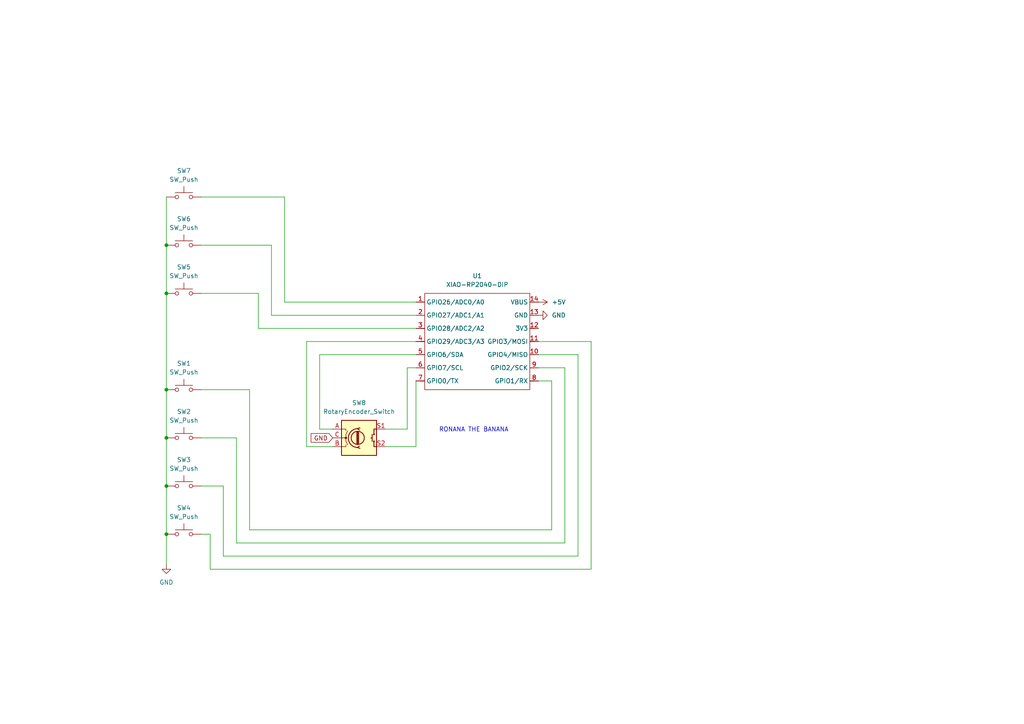
<source format=kicad_sch>
(kicad_sch
	(version 20250114)
	(generator "eeschema")
	(generator_version "9.0")
	(uuid "27db0a50-4d5e-42e1-bf5a-a8181729d977")
	(paper "A4")
	(lib_symbols
		(symbol "Device:RotaryEncoder_Switch"
			(pin_names
				(offset 0.254)
				(hide yes)
			)
			(exclude_from_sim no)
			(in_bom yes)
			(on_board yes)
			(property "Reference" "SW"
				(at 0 6.604 0)
				(effects
					(font
						(size 1.27 1.27)
					)
				)
			)
			(property "Value" "RotaryEncoder_Switch"
				(at 0 -6.604 0)
				(effects
					(font
						(size 1.27 1.27)
					)
				)
			)
			(property "Footprint" ""
				(at -3.81 4.064 0)
				(effects
					(font
						(size 1.27 1.27)
					)
					(hide yes)
				)
			)
			(property "Datasheet" "~"
				(at 0 6.604 0)
				(effects
					(font
						(size 1.27 1.27)
					)
					(hide yes)
				)
			)
			(property "Description" "Rotary encoder, dual channel, incremental quadrate outputs, with switch"
				(at 0 0 0)
				(effects
					(font
						(size 1.27 1.27)
					)
					(hide yes)
				)
			)
			(property "ki_keywords" "rotary switch encoder switch push button"
				(at 0 0 0)
				(effects
					(font
						(size 1.27 1.27)
					)
					(hide yes)
				)
			)
			(property "ki_fp_filters" "RotaryEncoder*Switch*"
				(at 0 0 0)
				(effects
					(font
						(size 1.27 1.27)
					)
					(hide yes)
				)
			)
			(symbol "RotaryEncoder_Switch_0_1"
				(rectangle
					(start -5.08 5.08)
					(end 5.08 -5.08)
					(stroke
						(width 0.254)
						(type default)
					)
					(fill
						(type background)
					)
				)
				(polyline
					(pts
						(xy -5.08 2.54) (xy -3.81 2.54) (xy -3.81 2.032)
					)
					(stroke
						(width 0)
						(type default)
					)
					(fill
						(type none)
					)
				)
				(polyline
					(pts
						(xy -5.08 0) (xy -3.81 0) (xy -3.81 -1.016) (xy -3.302 -2.032)
					)
					(stroke
						(width 0)
						(type default)
					)
					(fill
						(type none)
					)
				)
				(polyline
					(pts
						(xy -5.08 -2.54) (xy -3.81 -2.54) (xy -3.81 -2.032)
					)
					(stroke
						(width 0)
						(type default)
					)
					(fill
						(type none)
					)
				)
				(polyline
					(pts
						(xy -4.318 0) (xy -3.81 0) (xy -3.81 1.016) (xy -3.302 2.032)
					)
					(stroke
						(width 0)
						(type default)
					)
					(fill
						(type none)
					)
				)
				(circle
					(center -3.81 0)
					(radius 0.254)
					(stroke
						(width 0)
						(type default)
					)
					(fill
						(type outline)
					)
				)
				(polyline
					(pts
						(xy -0.635 -1.778) (xy -0.635 1.778)
					)
					(stroke
						(width 0.254)
						(type default)
					)
					(fill
						(type none)
					)
				)
				(circle
					(center -0.381 0)
					(radius 1.905)
					(stroke
						(width 0.254)
						(type default)
					)
					(fill
						(type none)
					)
				)
				(polyline
					(pts
						(xy -0.381 -1.778) (xy -0.381 1.778)
					)
					(stroke
						(width 0.254)
						(type default)
					)
					(fill
						(type none)
					)
				)
				(arc
					(start -0.381 -2.794)
					(mid -3.0988 -0.0635)
					(end -0.381 2.667)
					(stroke
						(width 0.254)
						(type default)
					)
					(fill
						(type none)
					)
				)
				(polyline
					(pts
						(xy -0.127 1.778) (xy -0.127 -1.778)
					)
					(stroke
						(width 0.254)
						(type default)
					)
					(fill
						(type none)
					)
				)
				(polyline
					(pts
						(xy 0.254 2.921) (xy -0.508 2.667) (xy 0.127 2.286)
					)
					(stroke
						(width 0.254)
						(type default)
					)
					(fill
						(type none)
					)
				)
				(polyline
					(pts
						(xy 0.254 -3.048) (xy -0.508 -2.794) (xy 0.127 -2.413)
					)
					(stroke
						(width 0.254)
						(type default)
					)
					(fill
						(type none)
					)
				)
				(polyline
					(pts
						(xy 3.81 1.016) (xy 3.81 -1.016)
					)
					(stroke
						(width 0.254)
						(type default)
					)
					(fill
						(type none)
					)
				)
				(polyline
					(pts
						(xy 3.81 0) (xy 3.429 0)
					)
					(stroke
						(width 0.254)
						(type default)
					)
					(fill
						(type none)
					)
				)
				(circle
					(center 4.318 1.016)
					(radius 0.127)
					(stroke
						(width 0.254)
						(type default)
					)
					(fill
						(type none)
					)
				)
				(circle
					(center 4.318 -1.016)
					(radius 0.127)
					(stroke
						(width 0.254)
						(type default)
					)
					(fill
						(type none)
					)
				)
				(polyline
					(pts
						(xy 5.08 2.54) (xy 4.318 2.54) (xy 4.318 1.016)
					)
					(stroke
						(width 0.254)
						(type default)
					)
					(fill
						(type none)
					)
				)
				(polyline
					(pts
						(xy 5.08 -2.54) (xy 4.318 -2.54) (xy 4.318 -1.016)
					)
					(stroke
						(width 0.254)
						(type default)
					)
					(fill
						(type none)
					)
				)
			)
			(symbol "RotaryEncoder_Switch_1_1"
				(pin passive line
					(at -7.62 2.54 0)
					(length 2.54)
					(name "A"
						(effects
							(font
								(size 1.27 1.27)
							)
						)
					)
					(number "A"
						(effects
							(font
								(size 1.27 1.27)
							)
						)
					)
				)
				(pin passive line
					(at -7.62 0 0)
					(length 2.54)
					(name "C"
						(effects
							(font
								(size 1.27 1.27)
							)
						)
					)
					(number "C"
						(effects
							(font
								(size 1.27 1.27)
							)
						)
					)
				)
				(pin passive line
					(at -7.62 -2.54 0)
					(length 2.54)
					(name "B"
						(effects
							(font
								(size 1.27 1.27)
							)
						)
					)
					(number "B"
						(effects
							(font
								(size 1.27 1.27)
							)
						)
					)
				)
				(pin passive line
					(at 7.62 2.54 180)
					(length 2.54)
					(name "S1"
						(effects
							(font
								(size 1.27 1.27)
							)
						)
					)
					(number "S1"
						(effects
							(font
								(size 1.27 1.27)
							)
						)
					)
				)
				(pin passive line
					(at 7.62 -2.54 180)
					(length 2.54)
					(name "S2"
						(effects
							(font
								(size 1.27 1.27)
							)
						)
					)
					(number "S2"
						(effects
							(font
								(size 1.27 1.27)
							)
						)
					)
				)
			)
			(embedded_fonts no)
		)
		(symbol "OPL:XIAO-RP2040-DIP"
			(exclude_from_sim no)
			(in_bom yes)
			(on_board yes)
			(property "Reference" "U"
				(at 0 0 0)
				(effects
					(font
						(size 1.27 1.27)
					)
				)
			)
			(property "Value" "XIAO-RP2040-DIP"
				(at 5.334 -1.778 0)
				(effects
					(font
						(size 1.27 1.27)
					)
				)
			)
			(property "Footprint" "Module:MOUDLE14P-XIAO-DIP-SMD"
				(at 14.478 -32.258 0)
				(effects
					(font
						(size 1.27 1.27)
					)
					(hide yes)
				)
			)
			(property "Datasheet" ""
				(at 0 0 0)
				(effects
					(font
						(size 1.27 1.27)
					)
					(hide yes)
				)
			)
			(property "Description" ""
				(at 0 0 0)
				(effects
					(font
						(size 1.27 1.27)
					)
					(hide yes)
				)
			)
			(symbol "XIAO-RP2040-DIP_1_0"
				(polyline
					(pts
						(xy -1.27 -2.54) (xy 29.21 -2.54)
					)
					(stroke
						(width 0.1524)
						(type solid)
					)
					(fill
						(type none)
					)
				)
				(polyline
					(pts
						(xy -1.27 -5.08) (xy -2.54 -5.08)
					)
					(stroke
						(width 0.1524)
						(type solid)
					)
					(fill
						(type none)
					)
				)
				(polyline
					(pts
						(xy -1.27 -5.08) (xy -1.27 -2.54)
					)
					(stroke
						(width 0.1524)
						(type solid)
					)
					(fill
						(type none)
					)
				)
				(polyline
					(pts
						(xy -1.27 -8.89) (xy -2.54 -8.89)
					)
					(stroke
						(width 0.1524)
						(type solid)
					)
					(fill
						(type none)
					)
				)
				(polyline
					(pts
						(xy -1.27 -8.89) (xy -1.27 -5.08)
					)
					(stroke
						(width 0.1524)
						(type solid)
					)
					(fill
						(type none)
					)
				)
				(polyline
					(pts
						(xy -1.27 -12.7) (xy -2.54 -12.7)
					)
					(stroke
						(width 0.1524)
						(type solid)
					)
					(fill
						(type none)
					)
				)
				(polyline
					(pts
						(xy -1.27 -12.7) (xy -1.27 -8.89)
					)
					(stroke
						(width 0.1524)
						(type solid)
					)
					(fill
						(type none)
					)
				)
				(polyline
					(pts
						(xy -1.27 -16.51) (xy -2.54 -16.51)
					)
					(stroke
						(width 0.1524)
						(type solid)
					)
					(fill
						(type none)
					)
				)
				(polyline
					(pts
						(xy -1.27 -16.51) (xy -1.27 -12.7)
					)
					(stroke
						(width 0.1524)
						(type solid)
					)
					(fill
						(type none)
					)
				)
				(polyline
					(pts
						(xy -1.27 -20.32) (xy -2.54 -20.32)
					)
					(stroke
						(width 0.1524)
						(type solid)
					)
					(fill
						(type none)
					)
				)
				(polyline
					(pts
						(xy -1.27 -24.13) (xy -2.54 -24.13)
					)
					(stroke
						(width 0.1524)
						(type solid)
					)
					(fill
						(type none)
					)
				)
				(polyline
					(pts
						(xy -1.27 -27.94) (xy -2.54 -27.94)
					)
					(stroke
						(width 0.1524)
						(type solid)
					)
					(fill
						(type none)
					)
				)
				(polyline
					(pts
						(xy -1.27 -30.48) (xy -1.27 -16.51)
					)
					(stroke
						(width 0.1524)
						(type solid)
					)
					(fill
						(type none)
					)
				)
				(polyline
					(pts
						(xy 29.21 -2.54) (xy 29.21 -5.08)
					)
					(stroke
						(width 0.1524)
						(type solid)
					)
					(fill
						(type none)
					)
				)
				(polyline
					(pts
						(xy 29.21 -5.08) (xy 29.21 -8.89)
					)
					(stroke
						(width 0.1524)
						(type solid)
					)
					(fill
						(type none)
					)
				)
				(polyline
					(pts
						(xy 29.21 -8.89) (xy 29.21 -12.7)
					)
					(stroke
						(width 0.1524)
						(type solid)
					)
					(fill
						(type none)
					)
				)
				(polyline
					(pts
						(xy 29.21 -12.7) (xy 29.21 -30.48)
					)
					(stroke
						(width 0.1524)
						(type solid)
					)
					(fill
						(type none)
					)
				)
				(polyline
					(pts
						(xy 29.21 -30.48) (xy -1.27 -30.48)
					)
					(stroke
						(width 0.1524)
						(type solid)
					)
					(fill
						(type none)
					)
				)
				(polyline
					(pts
						(xy 30.48 -5.08) (xy 29.21 -5.08)
					)
					(stroke
						(width 0.1524)
						(type solid)
					)
					(fill
						(type none)
					)
				)
				(polyline
					(pts
						(xy 30.48 -8.89) (xy 29.21 -8.89)
					)
					(stroke
						(width 0.1524)
						(type solid)
					)
					(fill
						(type none)
					)
				)
				(polyline
					(pts
						(xy 30.48 -12.7) (xy 29.21 -12.7)
					)
					(stroke
						(width 0.1524)
						(type solid)
					)
					(fill
						(type none)
					)
				)
				(polyline
					(pts
						(xy 30.48 -16.51) (xy 29.21 -16.51)
					)
					(stroke
						(width 0.1524)
						(type solid)
					)
					(fill
						(type none)
					)
				)
				(polyline
					(pts
						(xy 30.48 -20.32) (xy 29.21 -20.32)
					)
					(stroke
						(width 0.1524)
						(type solid)
					)
					(fill
						(type none)
					)
				)
				(polyline
					(pts
						(xy 30.48 -24.13) (xy 29.21 -24.13)
					)
					(stroke
						(width 0.1524)
						(type solid)
					)
					(fill
						(type none)
					)
				)
				(polyline
					(pts
						(xy 30.48 -27.94) (xy 29.21 -27.94)
					)
					(stroke
						(width 0.1524)
						(type solid)
					)
					(fill
						(type none)
					)
				)
				(pin passive line
					(at -3.81 -5.08 0)
					(length 2.54)
					(name "GPIO26/ADC0/A0"
						(effects
							(font
								(size 1.27 1.27)
							)
						)
					)
					(number "1"
						(effects
							(font
								(size 1.27 1.27)
							)
						)
					)
				)
				(pin passive line
					(at -3.81 -8.89 0)
					(length 2.54)
					(name "GPIO27/ADC1/A1"
						(effects
							(font
								(size 1.27 1.27)
							)
						)
					)
					(number "2"
						(effects
							(font
								(size 1.27 1.27)
							)
						)
					)
				)
				(pin passive line
					(at -3.81 -12.7 0)
					(length 2.54)
					(name "GPIO28/ADC2/A2"
						(effects
							(font
								(size 1.27 1.27)
							)
						)
					)
					(number "3"
						(effects
							(font
								(size 1.27 1.27)
							)
						)
					)
				)
				(pin passive line
					(at -3.81 -16.51 0)
					(length 2.54)
					(name "GPIO29/ADC3/A3"
						(effects
							(font
								(size 1.27 1.27)
							)
						)
					)
					(number "4"
						(effects
							(font
								(size 1.27 1.27)
							)
						)
					)
				)
				(pin passive line
					(at -3.81 -20.32 0)
					(length 2.54)
					(name "GPIO6/SDA"
						(effects
							(font
								(size 1.27 1.27)
							)
						)
					)
					(number "5"
						(effects
							(font
								(size 1.27 1.27)
							)
						)
					)
				)
				(pin passive line
					(at -3.81 -24.13 0)
					(length 2.54)
					(name "GPIO7/SCL"
						(effects
							(font
								(size 1.27 1.27)
							)
						)
					)
					(number "6"
						(effects
							(font
								(size 1.27 1.27)
							)
						)
					)
				)
				(pin passive line
					(at -3.81 -27.94 0)
					(length 2.54)
					(name "GPIO0/TX"
						(effects
							(font
								(size 1.27 1.27)
							)
						)
					)
					(number "7"
						(effects
							(font
								(size 1.27 1.27)
							)
						)
					)
				)
				(pin passive line
					(at 31.75 -5.08 180)
					(length 2.54)
					(name "VBUS"
						(effects
							(font
								(size 1.27 1.27)
							)
						)
					)
					(number "14"
						(effects
							(font
								(size 1.27 1.27)
							)
						)
					)
				)
				(pin passive line
					(at 31.75 -8.89 180)
					(length 2.54)
					(name "GND"
						(effects
							(font
								(size 1.27 1.27)
							)
						)
					)
					(number "13"
						(effects
							(font
								(size 1.27 1.27)
							)
						)
					)
				)
				(pin passive line
					(at 31.75 -12.7 180)
					(length 2.54)
					(name "3V3"
						(effects
							(font
								(size 1.27 1.27)
							)
						)
					)
					(number "12"
						(effects
							(font
								(size 1.27 1.27)
							)
						)
					)
				)
				(pin passive line
					(at 31.75 -16.51 180)
					(length 2.54)
					(name "GPIO3/MOSI"
						(effects
							(font
								(size 1.27 1.27)
							)
						)
					)
					(number "11"
						(effects
							(font
								(size 1.27 1.27)
							)
						)
					)
				)
				(pin passive line
					(at 31.75 -20.32 180)
					(length 2.54)
					(name "GPIO4/MISO"
						(effects
							(font
								(size 1.27 1.27)
							)
						)
					)
					(number "10"
						(effects
							(font
								(size 1.27 1.27)
							)
						)
					)
				)
				(pin passive line
					(at 31.75 -24.13 180)
					(length 2.54)
					(name "GPIO2/SCK"
						(effects
							(font
								(size 1.27 1.27)
							)
						)
					)
					(number "9"
						(effects
							(font
								(size 1.27 1.27)
							)
						)
					)
				)
				(pin passive line
					(at 31.75 -27.94 180)
					(length 2.54)
					(name "GPIO1/RX"
						(effects
							(font
								(size 1.27 1.27)
							)
						)
					)
					(number "8"
						(effects
							(font
								(size 1.27 1.27)
							)
						)
					)
				)
			)
			(embedded_fonts no)
		)
		(symbol "Switch:SW_Push"
			(pin_numbers
				(hide yes)
			)
			(pin_names
				(offset 1.016)
				(hide yes)
			)
			(exclude_from_sim no)
			(in_bom yes)
			(on_board yes)
			(property "Reference" "SW"
				(at 1.27 2.54 0)
				(effects
					(font
						(size 1.27 1.27)
					)
					(justify left)
				)
			)
			(property "Value" "SW_Push"
				(at 0 -1.524 0)
				(effects
					(font
						(size 1.27 1.27)
					)
				)
			)
			(property "Footprint" ""
				(at 0 5.08 0)
				(effects
					(font
						(size 1.27 1.27)
					)
					(hide yes)
				)
			)
			(property "Datasheet" "~"
				(at 0 5.08 0)
				(effects
					(font
						(size 1.27 1.27)
					)
					(hide yes)
				)
			)
			(property "Description" "Push button switch, generic, two pins"
				(at 0 0 0)
				(effects
					(font
						(size 1.27 1.27)
					)
					(hide yes)
				)
			)
			(property "ki_keywords" "switch normally-open pushbutton push-button"
				(at 0 0 0)
				(effects
					(font
						(size 1.27 1.27)
					)
					(hide yes)
				)
			)
			(symbol "SW_Push_0_1"
				(circle
					(center -2.032 0)
					(radius 0.508)
					(stroke
						(width 0)
						(type default)
					)
					(fill
						(type none)
					)
				)
				(polyline
					(pts
						(xy 0 1.27) (xy 0 3.048)
					)
					(stroke
						(width 0)
						(type default)
					)
					(fill
						(type none)
					)
				)
				(circle
					(center 2.032 0)
					(radius 0.508)
					(stroke
						(width 0)
						(type default)
					)
					(fill
						(type none)
					)
				)
				(polyline
					(pts
						(xy 2.54 1.27) (xy -2.54 1.27)
					)
					(stroke
						(width 0)
						(type default)
					)
					(fill
						(type none)
					)
				)
				(pin passive line
					(at -5.08 0 0)
					(length 2.54)
					(name "1"
						(effects
							(font
								(size 1.27 1.27)
							)
						)
					)
					(number "1"
						(effects
							(font
								(size 1.27 1.27)
							)
						)
					)
				)
				(pin passive line
					(at 5.08 0 180)
					(length 2.54)
					(name "2"
						(effects
							(font
								(size 1.27 1.27)
							)
						)
					)
					(number "2"
						(effects
							(font
								(size 1.27 1.27)
							)
						)
					)
				)
			)
			(embedded_fonts no)
		)
		(symbol "power:+5V"
			(power)
			(pin_numbers
				(hide yes)
			)
			(pin_names
				(offset 0)
				(hide yes)
			)
			(exclude_from_sim no)
			(in_bom yes)
			(on_board yes)
			(property "Reference" "#PWR"
				(at 0 -3.81 0)
				(effects
					(font
						(size 1.27 1.27)
					)
					(hide yes)
				)
			)
			(property "Value" "+5V"
				(at 0 3.556 0)
				(effects
					(font
						(size 1.27 1.27)
					)
				)
			)
			(property "Footprint" ""
				(at 0 0 0)
				(effects
					(font
						(size 1.27 1.27)
					)
					(hide yes)
				)
			)
			(property "Datasheet" ""
				(at 0 0 0)
				(effects
					(font
						(size 1.27 1.27)
					)
					(hide yes)
				)
			)
			(property "Description" "Power symbol creates a global label with name \"+5V\""
				(at 0 0 0)
				(effects
					(font
						(size 1.27 1.27)
					)
					(hide yes)
				)
			)
			(property "ki_keywords" "global power"
				(at 0 0 0)
				(effects
					(font
						(size 1.27 1.27)
					)
					(hide yes)
				)
			)
			(symbol "+5V_0_1"
				(polyline
					(pts
						(xy -0.762 1.27) (xy 0 2.54)
					)
					(stroke
						(width 0)
						(type default)
					)
					(fill
						(type none)
					)
				)
				(polyline
					(pts
						(xy 0 2.54) (xy 0.762 1.27)
					)
					(stroke
						(width 0)
						(type default)
					)
					(fill
						(type none)
					)
				)
				(polyline
					(pts
						(xy 0 0) (xy 0 2.54)
					)
					(stroke
						(width 0)
						(type default)
					)
					(fill
						(type none)
					)
				)
			)
			(symbol "+5V_1_1"
				(pin power_in line
					(at 0 0 90)
					(length 0)
					(name "~"
						(effects
							(font
								(size 1.27 1.27)
							)
						)
					)
					(number "1"
						(effects
							(font
								(size 1.27 1.27)
							)
						)
					)
				)
			)
			(embedded_fonts no)
		)
		(symbol "power:GND"
			(power)
			(pin_numbers
				(hide yes)
			)
			(pin_names
				(offset 0)
				(hide yes)
			)
			(exclude_from_sim no)
			(in_bom yes)
			(on_board yes)
			(property "Reference" "#PWR"
				(at 0 -6.35 0)
				(effects
					(font
						(size 1.27 1.27)
					)
					(hide yes)
				)
			)
			(property "Value" "GND"
				(at 0 -3.81 0)
				(effects
					(font
						(size 1.27 1.27)
					)
				)
			)
			(property "Footprint" ""
				(at 0 0 0)
				(effects
					(font
						(size 1.27 1.27)
					)
					(hide yes)
				)
			)
			(property "Datasheet" ""
				(at 0 0 0)
				(effects
					(font
						(size 1.27 1.27)
					)
					(hide yes)
				)
			)
			(property "Description" "Power symbol creates a global label with name \"GND\" , ground"
				(at 0 0 0)
				(effects
					(font
						(size 1.27 1.27)
					)
					(hide yes)
				)
			)
			(property "ki_keywords" "global power"
				(at 0 0 0)
				(effects
					(font
						(size 1.27 1.27)
					)
					(hide yes)
				)
			)
			(symbol "GND_0_1"
				(polyline
					(pts
						(xy 0 0) (xy 0 -1.27) (xy 1.27 -1.27) (xy 0 -2.54) (xy -1.27 -1.27) (xy 0 -1.27)
					)
					(stroke
						(width 0)
						(type default)
					)
					(fill
						(type none)
					)
				)
			)
			(symbol "GND_1_1"
				(pin power_in line
					(at 0 0 270)
					(length 0)
					(name "~"
						(effects
							(font
								(size 1.27 1.27)
							)
						)
					)
					(number "1"
						(effects
							(font
								(size 1.27 1.27)
							)
						)
					)
				)
			)
			(embedded_fonts no)
		)
	)
	(text "RONANA THE BANANA"
		(exclude_from_sim no)
		(at 137.414 124.714 0)
		(effects
			(font
				(size 1.27 1.27)
			)
		)
		(uuid "a1564f4e-a1d7-412e-8f9f-2530e16dc12d")
	)
	(junction
		(at 48.26 127)
		(diameter 0)
		(color 0 0 0 0)
		(uuid "0a551828-c763-434a-a589-b67ebf6f4a54")
	)
	(junction
		(at 48.26 113.03)
		(diameter 0)
		(color 0 0 0 0)
		(uuid "18ba4ddd-7d7d-42f6-a2a2-2221ff26b149")
	)
	(junction
		(at 48.26 154.94)
		(diameter 0)
		(color 0 0 0 0)
		(uuid "602113ce-4652-4b91-adcd-ade1cfe38ffe")
	)
	(junction
		(at 48.26 140.97)
		(diameter 0)
		(color 0 0 0 0)
		(uuid "710635be-d966-4ada-b0ec-ddeff14cae52")
	)
	(junction
		(at 48.26 85.09)
		(diameter 0)
		(color 0 0 0 0)
		(uuid "7dbbc9f8-2087-4d86-bcec-a089706606c6")
	)
	(junction
		(at 48.26 71.12)
		(diameter 0)
		(color 0 0 0 0)
		(uuid "e59d855e-016b-488e-ba5c-3e78f32b22da")
	)
	(wire
		(pts
			(xy 48.26 85.09) (xy 48.26 113.03)
		)
		(stroke
			(width 0)
			(type default)
		)
		(uuid "06d43e51-da75-49ec-9108-883ab91be123")
	)
	(wire
		(pts
			(xy 160.02 110.49) (xy 160.02 153.67)
		)
		(stroke
			(width 0)
			(type default)
		)
		(uuid "081b24fd-8592-4546-aaeb-4695c31cad32")
	)
	(wire
		(pts
			(xy 167.64 102.87) (xy 167.64 161.29)
		)
		(stroke
			(width 0)
			(type default)
		)
		(uuid "0ae35f32-d775-4367-ad7e-b66a7150b79b")
	)
	(wire
		(pts
			(xy 92.71 102.87) (xy 120.65 102.87)
		)
		(stroke
			(width 0)
			(type default)
		)
		(uuid "0b9a9abf-4d61-4a3c-a128-1ea101a21777")
	)
	(wire
		(pts
			(xy 64.77 140.97) (xy 58.42 140.97)
		)
		(stroke
			(width 0)
			(type default)
		)
		(uuid "14813281-6886-405e-aba5-4e763dc08787")
	)
	(wire
		(pts
			(xy 163.83 157.48) (xy 68.58 157.48)
		)
		(stroke
			(width 0)
			(type default)
		)
		(uuid "1e2f2671-5c95-4d70-9f2f-8c1d4dc840a5")
	)
	(wire
		(pts
			(xy 156.21 110.49) (xy 160.02 110.49)
		)
		(stroke
			(width 0)
			(type default)
		)
		(uuid "2311d2ac-19c9-4c11-a4a9-d044fe01d510")
	)
	(wire
		(pts
			(xy 156.21 106.68) (xy 163.83 106.68)
		)
		(stroke
			(width 0)
			(type default)
		)
		(uuid "260ec872-356f-4689-9646-1ce0590a8149")
	)
	(wire
		(pts
			(xy 82.55 57.15) (xy 58.42 57.15)
		)
		(stroke
			(width 0)
			(type default)
		)
		(uuid "264dda2f-72e2-4a5a-8520-1664095e9e13")
	)
	(wire
		(pts
			(xy 120.65 129.54) (xy 120.65 110.49)
		)
		(stroke
			(width 0)
			(type default)
		)
		(uuid "2a1dd29d-df46-4a77-9491-add1cec0df44")
	)
	(wire
		(pts
			(xy 160.02 153.67) (xy 72.39 153.67)
		)
		(stroke
			(width 0)
			(type default)
		)
		(uuid "2a51af6e-10e2-4059-9568-c3775d7a0baa")
	)
	(wire
		(pts
			(xy 58.42 71.12) (xy 78.74 71.12)
		)
		(stroke
			(width 0)
			(type default)
		)
		(uuid "2c006c29-a94e-4257-923e-a857adb9354a")
	)
	(wire
		(pts
			(xy 48.26 140.97) (xy 48.26 154.94)
		)
		(stroke
			(width 0)
			(type default)
		)
		(uuid "368b7f17-9a0b-43cf-8b35-d47d824a3d8c")
	)
	(wire
		(pts
			(xy 118.11 106.68) (xy 120.65 106.68)
		)
		(stroke
			(width 0)
			(type default)
		)
		(uuid "37fbaea7-783a-4ee4-806d-afdddaac7cfe")
	)
	(wire
		(pts
			(xy 58.42 154.94) (xy 60.96 154.94)
		)
		(stroke
			(width 0)
			(type default)
		)
		(uuid "39bc731e-b80b-45e6-8674-f10c8dd3cf2d")
	)
	(wire
		(pts
			(xy 72.39 113.03) (xy 58.42 113.03)
		)
		(stroke
			(width 0)
			(type default)
		)
		(uuid "4e61982b-93e9-4376-bca1-26b68e737828")
	)
	(wire
		(pts
			(xy 163.83 106.68) (xy 163.83 157.48)
		)
		(stroke
			(width 0)
			(type default)
		)
		(uuid "5b98c554-ce5b-4613-9aea-99625ca66624")
	)
	(wire
		(pts
			(xy 118.11 124.46) (xy 118.11 106.68)
		)
		(stroke
			(width 0)
			(type default)
		)
		(uuid "5bd4645c-7391-4325-9974-2263fbd4bf54")
	)
	(wire
		(pts
			(xy 48.26 127) (xy 48.26 140.97)
		)
		(stroke
			(width 0)
			(type default)
		)
		(uuid "64a0fa76-294a-43d5-8225-d08345c009b4")
	)
	(wire
		(pts
			(xy 120.65 87.63) (xy 82.55 87.63)
		)
		(stroke
			(width 0)
			(type default)
		)
		(uuid "67863542-aa90-4e09-85b8-9f5578b39a81")
	)
	(wire
		(pts
			(xy 58.42 85.09) (xy 74.93 85.09)
		)
		(stroke
			(width 0)
			(type default)
		)
		(uuid "6ec696f6-c984-4638-a9c6-bbb9889cacec")
	)
	(wire
		(pts
			(xy 88.9 129.54) (xy 88.9 99.06)
		)
		(stroke
			(width 0)
			(type default)
		)
		(uuid "71ec2833-92b8-4eab-89fd-a3f110b0a7d3")
	)
	(wire
		(pts
			(xy 72.39 153.67) (xy 72.39 113.03)
		)
		(stroke
			(width 0)
			(type default)
		)
		(uuid "78f18a43-a401-48d4-9da6-b692a1aa6d45")
	)
	(wire
		(pts
			(xy 156.21 102.87) (xy 167.64 102.87)
		)
		(stroke
			(width 0)
			(type default)
		)
		(uuid "7bc290dd-d6e1-4369-9a10-7931899824a8")
	)
	(wire
		(pts
			(xy 68.58 127) (xy 58.42 127)
		)
		(stroke
			(width 0)
			(type default)
		)
		(uuid "8a3a5163-9770-4bd7-9500-749cb2a1917b")
	)
	(wire
		(pts
			(xy 68.58 157.48) (xy 68.58 127)
		)
		(stroke
			(width 0)
			(type default)
		)
		(uuid "8d2d4edf-24b1-417a-834f-24204035dae2")
	)
	(wire
		(pts
			(xy 74.93 85.09) (xy 74.93 95.25)
		)
		(stroke
			(width 0)
			(type default)
		)
		(uuid "929b33d8-b1da-4286-91e7-a242ae06dab2")
	)
	(wire
		(pts
			(xy 111.76 124.46) (xy 118.11 124.46)
		)
		(stroke
			(width 0)
			(type default)
		)
		(uuid "9acb1b5d-cc2e-4406-a093-cf2ca9e00a73")
	)
	(wire
		(pts
			(xy 92.71 124.46) (xy 92.71 102.87)
		)
		(stroke
			(width 0)
			(type default)
		)
		(uuid "9b8ae8e7-4737-4f76-a444-b21370bd0fea")
	)
	(wire
		(pts
			(xy 111.76 129.54) (xy 120.65 129.54)
		)
		(stroke
			(width 0)
			(type default)
		)
		(uuid "9d2e3c50-6499-4a0c-8272-5a67819f3984")
	)
	(wire
		(pts
			(xy 171.45 165.1) (xy 60.96 165.1)
		)
		(stroke
			(width 0)
			(type default)
		)
		(uuid "a83ba859-1d68-4d0a-ac40-06ec1ddf2b5e")
	)
	(wire
		(pts
			(xy 48.26 57.15) (xy 48.26 71.12)
		)
		(stroke
			(width 0)
			(type default)
		)
		(uuid "aa067519-7b59-4c2e-b21f-c41795150bcc")
	)
	(wire
		(pts
			(xy 64.77 161.29) (xy 64.77 140.97)
		)
		(stroke
			(width 0)
			(type default)
		)
		(uuid "ae94d17c-eb66-49e8-bd13-4796c5eee9d9")
	)
	(wire
		(pts
			(xy 78.74 91.44) (xy 78.74 71.12)
		)
		(stroke
			(width 0)
			(type default)
		)
		(uuid "aead68cb-7355-4272-ad6f-0450f2abff69")
	)
	(wire
		(pts
			(xy 156.21 99.06) (xy 171.45 99.06)
		)
		(stroke
			(width 0)
			(type default)
		)
		(uuid "b05340f4-1a62-4cef-82d2-22fef604c486")
	)
	(wire
		(pts
			(xy 60.96 165.1) (xy 60.96 154.94)
		)
		(stroke
			(width 0)
			(type default)
		)
		(uuid "b3aaf4aa-5ed2-465c-bfe6-e68ae7041f83")
	)
	(wire
		(pts
			(xy 120.65 95.25) (xy 74.93 95.25)
		)
		(stroke
			(width 0)
			(type default)
		)
		(uuid "b40c73b5-78af-455d-bd5b-1d29e241c9fa")
	)
	(wire
		(pts
			(xy 120.65 91.44) (xy 78.74 91.44)
		)
		(stroke
			(width 0)
			(type default)
		)
		(uuid "b7f98c84-ff2d-44c9-9b8c-bb57c021498e")
	)
	(wire
		(pts
			(xy 48.26 71.12) (xy 48.26 85.09)
		)
		(stroke
			(width 0)
			(type default)
		)
		(uuid "b999644c-63c7-4ee2-8ddf-947d4665e556")
	)
	(wire
		(pts
			(xy 167.64 161.29) (xy 64.77 161.29)
		)
		(stroke
			(width 0)
			(type default)
		)
		(uuid "ce65e426-7d56-4478-9d86-a85bbc7865af")
	)
	(wire
		(pts
			(xy 96.52 129.54) (xy 88.9 129.54)
		)
		(stroke
			(width 0)
			(type default)
		)
		(uuid "d1bc8518-87eb-487e-b277-f7e47f12519a")
	)
	(wire
		(pts
			(xy 88.9 99.06) (xy 120.65 99.06)
		)
		(stroke
			(width 0)
			(type default)
		)
		(uuid "df0fa5d4-ca35-40c3-a224-a94e8b372b33")
	)
	(wire
		(pts
			(xy 171.45 99.06) (xy 171.45 165.1)
		)
		(stroke
			(width 0)
			(type default)
		)
		(uuid "e01a447d-1e98-4536-8e20-ebb36e23e3a2")
	)
	(wire
		(pts
			(xy 48.26 113.03) (xy 48.26 127)
		)
		(stroke
			(width 0)
			(type default)
		)
		(uuid "edc7cd19-6f00-4c3a-86f3-7e1531b0607d")
	)
	(wire
		(pts
			(xy 96.52 124.46) (xy 92.71 124.46)
		)
		(stroke
			(width 0)
			(type default)
		)
		(uuid "ee2c4bae-22b7-4bee-8df6-53be7e75eb3e")
	)
	(wire
		(pts
			(xy 82.55 87.63) (xy 82.55 57.15)
		)
		(stroke
			(width 0)
			(type default)
		)
		(uuid "f63d2085-ad69-4da5-90c0-5749e1200262")
	)
	(wire
		(pts
			(xy 48.26 154.94) (xy 48.26 163.83)
		)
		(stroke
			(width 0)
			(type default)
		)
		(uuid "fae7125f-b4d7-4321-85df-010a6d2235f5")
	)
	(global_label "GND"
		(shape input)
		(at 96.52 127 180)
		(fields_autoplaced yes)
		(effects
			(font
				(size 1.27 1.27)
			)
			(justify right)
		)
		(uuid "e798fe69-2a5c-4b22-8021-9c2b05a86955")
		(property "Intersheetrefs" "${INTERSHEET_REFS}"
			(at 89.6643 127 0)
			(effects
				(font
					(size 1.27 1.27)
				)
				(justify right)
				(hide yes)
			)
		)
	)
	(symbol
		(lib_id "Switch:SW_Push")
		(at 53.34 140.97 0)
		(unit 1)
		(exclude_from_sim no)
		(in_bom yes)
		(on_board yes)
		(dnp no)
		(fields_autoplaced yes)
		(uuid "02c1c05c-eccb-4b58-80b6-181089d5c2ad")
		(property "Reference" "SW3"
			(at 53.34 133.35 0)
			(effects
				(font
					(size 1.27 1.27)
				)
			)
		)
		(property "Value" "SW_Push"
			(at 53.34 135.89 0)
			(effects
				(font
					(size 1.27 1.27)
				)
			)
		)
		(property "Footprint" "Button_Switch_Keyboard:SW_Cherry_MX_1.00u_PCB"
			(at 53.34 135.89 0)
			(effects
				(font
					(size 1.27 1.27)
				)
				(hide yes)
			)
		)
		(property "Datasheet" "~"
			(at 53.34 135.89 0)
			(effects
				(font
					(size 1.27 1.27)
				)
				(hide yes)
			)
		)
		(property "Description" "Push button switch, generic, two pins"
			(at 53.34 140.97 0)
			(effects
				(font
					(size 1.27 1.27)
				)
				(hide yes)
			)
		)
		(pin "2"
			(uuid "ae8dd691-0036-427d-b10a-8576d2d3b821")
		)
		(pin "1"
			(uuid "f72cb576-f869-4331-82f7-16459bc4accc")
		)
		(instances
			(project "PCB"
				(path "/27db0a50-4d5e-42e1-bf5a-a8181729d977"
					(reference "SW3")
					(unit 1)
				)
			)
		)
	)
	(symbol
		(lib_id "Switch:SW_Push")
		(at 53.34 57.15 0)
		(unit 1)
		(exclude_from_sim no)
		(in_bom yes)
		(on_board yes)
		(dnp no)
		(fields_autoplaced yes)
		(uuid "0dacac73-3f77-492a-9768-b5b95fc1412b")
		(property "Reference" "SW7"
			(at 53.34 49.53 0)
			(effects
				(font
					(size 1.27 1.27)
				)
			)
		)
		(property "Value" "SW_Push"
			(at 53.34 52.07 0)
			(effects
				(font
					(size 1.27 1.27)
				)
			)
		)
		(property "Footprint" "Button_Switch_Keyboard:SW_Cherry_MX_1.00u_PCB"
			(at 53.34 52.07 0)
			(effects
				(font
					(size 1.27 1.27)
				)
				(hide yes)
			)
		)
		(property "Datasheet" "~"
			(at 53.34 52.07 0)
			(effects
				(font
					(size 1.27 1.27)
				)
				(hide yes)
			)
		)
		(property "Description" "Push button switch, generic, two pins"
			(at 53.34 57.15 0)
			(effects
				(font
					(size 1.27 1.27)
				)
				(hide yes)
			)
		)
		(pin "2"
			(uuid "dc195a4a-2f50-46cd-8ee1-f5b9c759c5fa")
		)
		(pin "1"
			(uuid "79c11061-6657-4f34-bd73-ee9b680099ad")
		)
		(instances
			(project "PCB"
				(path "/27db0a50-4d5e-42e1-bf5a-a8181729d977"
					(reference "SW7")
					(unit 1)
				)
			)
		)
	)
	(symbol
		(lib_id "Switch:SW_Push")
		(at 53.34 113.03 0)
		(unit 1)
		(exclude_from_sim no)
		(in_bom yes)
		(on_board yes)
		(dnp no)
		(fields_autoplaced yes)
		(uuid "1564fa7e-4f6b-4fbb-928b-97ec01b9dd09")
		(property "Reference" "SW1"
			(at 53.34 105.41 0)
			(effects
				(font
					(size 1.27 1.27)
				)
			)
		)
		(property "Value" "SW_Push"
			(at 53.34 107.95 0)
			(effects
				(font
					(size 1.27 1.27)
				)
			)
		)
		(property "Footprint" "Button_Switch_Keyboard:SW_Cherry_MX_1.00u_PCB"
			(at 53.34 107.95 0)
			(effects
				(font
					(size 1.27 1.27)
				)
				(hide yes)
			)
		)
		(property "Datasheet" "~"
			(at 53.34 107.95 0)
			(effects
				(font
					(size 1.27 1.27)
				)
				(hide yes)
			)
		)
		(property "Description" "Push button switch, generic, two pins"
			(at 53.34 113.03 0)
			(effects
				(font
					(size 1.27 1.27)
				)
				(hide yes)
			)
		)
		(pin "2"
			(uuid "dd7500a8-cf6c-4c49-8b1f-1ea133948f4a")
		)
		(pin "1"
			(uuid "a311a62c-4a88-47b2-ac7f-e31248e4325f")
		)
		(instances
			(project ""
				(path "/27db0a50-4d5e-42e1-bf5a-a8181729d977"
					(reference "SW1")
					(unit 1)
				)
			)
		)
	)
	(symbol
		(lib_id "power:+5V")
		(at 156.21 87.63 270)
		(unit 1)
		(exclude_from_sim no)
		(in_bom yes)
		(on_board yes)
		(dnp no)
		(fields_autoplaced yes)
		(uuid "164d6c29-ed59-4a98-8e5f-588975ef437c")
		(property "Reference" "#PWR04"
			(at 152.4 87.63 0)
			(effects
				(font
					(size 1.27 1.27)
				)
				(hide yes)
			)
		)
		(property "Value" "+5V"
			(at 160.02 87.6299 90)
			(effects
				(font
					(size 1.27 1.27)
				)
				(justify left)
			)
		)
		(property "Footprint" ""
			(at 156.21 87.63 0)
			(effects
				(font
					(size 1.27 1.27)
				)
				(hide yes)
			)
		)
		(property "Datasheet" ""
			(at 156.21 87.63 0)
			(effects
				(font
					(size 1.27 1.27)
				)
				(hide yes)
			)
		)
		(property "Description" "Power symbol creates a global label with name \"+5V\""
			(at 156.21 87.63 0)
			(effects
				(font
					(size 1.27 1.27)
				)
				(hide yes)
			)
		)
		(pin "1"
			(uuid "18a29d8e-712d-4d3c-9934-021291066c3e")
		)
		(instances
			(project ""
				(path "/27db0a50-4d5e-42e1-bf5a-a8181729d977"
					(reference "#PWR04")
					(unit 1)
				)
			)
		)
	)
	(symbol
		(lib_id "Switch:SW_Push")
		(at 53.34 127 0)
		(unit 1)
		(exclude_from_sim no)
		(in_bom yes)
		(on_board yes)
		(dnp no)
		(fields_autoplaced yes)
		(uuid "40e1e379-3caa-4051-b5ff-9cde5a5b907a")
		(property "Reference" "SW2"
			(at 53.34 119.38 0)
			(effects
				(font
					(size 1.27 1.27)
				)
			)
		)
		(property "Value" "SW_Push"
			(at 53.34 121.92 0)
			(effects
				(font
					(size 1.27 1.27)
				)
			)
		)
		(property "Footprint" "Button_Switch_Keyboard:SW_Cherry_MX_1.00u_PCB"
			(at 53.34 121.92 0)
			(effects
				(font
					(size 1.27 1.27)
				)
				(hide yes)
			)
		)
		(property "Datasheet" "~"
			(at 53.34 121.92 0)
			(effects
				(font
					(size 1.27 1.27)
				)
				(hide yes)
			)
		)
		(property "Description" "Push button switch, generic, two pins"
			(at 53.34 127 0)
			(effects
				(font
					(size 1.27 1.27)
				)
				(hide yes)
			)
		)
		(pin "2"
			(uuid "dca39e6e-8719-4284-89da-37f8454f489c")
		)
		(pin "1"
			(uuid "e7a86161-fe6a-44b4-a8b2-97230b9b5699")
		)
		(instances
			(project "PCB"
				(path "/27db0a50-4d5e-42e1-bf5a-a8181729d977"
					(reference "SW2")
					(unit 1)
				)
			)
		)
	)
	(symbol
		(lib_id "Switch:SW_Push")
		(at 53.34 85.09 0)
		(unit 1)
		(exclude_from_sim no)
		(in_bom yes)
		(on_board yes)
		(dnp no)
		(uuid "41b25932-ea57-4a32-ac05-250d2928c033")
		(property "Reference" "SW5"
			(at 53.34 77.47 0)
			(effects
				(font
					(size 1.27 1.27)
				)
			)
		)
		(property "Value" "SW_Push"
			(at 53.34 80.01 0)
			(effects
				(font
					(size 1.27 1.27)
				)
			)
		)
		(property "Footprint" "Button_Switch_Keyboard:SW_Cherry_MX_1.00u_PCB"
			(at 53.34 80.01 0)
			(effects
				(font
					(size 1.27 1.27)
				)
				(hide yes)
			)
		)
		(property "Datasheet" "~"
			(at 53.34 80.01 0)
			(effects
				(font
					(size 1.27 1.27)
				)
				(hide yes)
			)
		)
		(property "Description" "Push button switch, generic, two pins"
			(at 53.34 85.09 0)
			(effects
				(font
					(size 1.27 1.27)
				)
				(hide yes)
			)
		)
		(pin "2"
			(uuid "f83e0cf0-d645-4ffa-b9e9-1d6dc22673a0")
		)
		(pin "1"
			(uuid "127057bc-e19f-4523-9a22-0a48b96beb7a")
		)
		(instances
			(project "PCB"
				(path "/27db0a50-4d5e-42e1-bf5a-a8181729d977"
					(reference "SW5")
					(unit 1)
				)
			)
		)
	)
	(symbol
		(lib_id "power:GND")
		(at 156.21 91.44 90)
		(unit 1)
		(exclude_from_sim no)
		(in_bom yes)
		(on_board yes)
		(dnp no)
		(fields_autoplaced yes)
		(uuid "4fbc3e4b-f745-4e5a-ac84-2572391086ce")
		(property "Reference" "#PWR01"
			(at 162.56 91.44 0)
			(effects
				(font
					(size 1.27 1.27)
				)
				(hide yes)
			)
		)
		(property "Value" "GND"
			(at 160.02 91.4399 90)
			(effects
				(font
					(size 1.27 1.27)
				)
				(justify right)
			)
		)
		(property "Footprint" ""
			(at 156.21 91.44 0)
			(effects
				(font
					(size 1.27 1.27)
				)
				(hide yes)
			)
		)
		(property "Datasheet" ""
			(at 156.21 91.44 0)
			(effects
				(font
					(size 1.27 1.27)
				)
				(hide yes)
			)
		)
		(property "Description" "Power symbol creates a global label with name \"GND\" , ground"
			(at 156.21 91.44 0)
			(effects
				(font
					(size 1.27 1.27)
				)
				(hide yes)
			)
		)
		(pin "1"
			(uuid "a1d890db-4f11-4b1f-9dfb-bf9fd72110e8")
		)
		(instances
			(project ""
				(path "/27db0a50-4d5e-42e1-bf5a-a8181729d977"
					(reference "#PWR01")
					(unit 1)
				)
			)
		)
	)
	(symbol
		(lib_id "Device:RotaryEncoder_Switch")
		(at 104.14 127 0)
		(unit 1)
		(exclude_from_sim no)
		(in_bom yes)
		(on_board yes)
		(dnp no)
		(fields_autoplaced yes)
		(uuid "50218397-083f-4e4c-b4a1-3befd9e20469")
		(property "Reference" "SW8"
			(at 104.14 116.84 0)
			(effects
				(font
					(size 1.27 1.27)
				)
			)
		)
		(property "Value" "RotaryEncoder_Switch"
			(at 104.14 119.38 0)
			(effects
				(font
					(size 1.27 1.27)
				)
			)
		)
		(property "Footprint" "Rotary_Encoder:RotaryEncoder_Alps_EC11E-Switch_Vertical_H20mm"
			(at 100.33 122.936 0)
			(effects
				(font
					(size 1.27 1.27)
				)
				(hide yes)
			)
		)
		(property "Datasheet" "~"
			(at 104.14 120.396 0)
			(effects
				(font
					(size 1.27 1.27)
				)
				(hide yes)
			)
		)
		(property "Description" "Rotary encoder, dual channel, incremental quadrate outputs, with switch"
			(at 104.14 127 0)
			(effects
				(font
					(size 1.27 1.27)
				)
				(hide yes)
			)
		)
		(pin "A"
			(uuid "f3f39c73-2836-488f-bf82-0e9b09b2d4b2")
		)
		(pin "S1"
			(uuid "a4780381-70a4-4b4c-adc1-c26b92445d52")
		)
		(pin "C"
			(uuid "3c2370c5-cf7a-4d7e-80cb-0ebc01934d6f")
		)
		(pin "B"
			(uuid "0bb73c25-0623-480c-8484-7cedad2bc3db")
		)
		(pin "S2"
			(uuid "9ea2731c-2a71-4168-85c6-31ae0902112b")
		)
		(instances
			(project ""
				(path "/27db0a50-4d5e-42e1-bf5a-a8181729d977"
					(reference "SW8")
					(unit 1)
				)
			)
		)
	)
	(symbol
		(lib_id "Switch:SW_Push")
		(at 53.34 154.94 0)
		(unit 1)
		(exclude_from_sim no)
		(in_bom yes)
		(on_board yes)
		(dnp no)
		(fields_autoplaced yes)
		(uuid "533c759f-8d64-4330-94bd-647d8e2d8e67")
		(property "Reference" "SW4"
			(at 53.34 147.32 0)
			(effects
				(font
					(size 1.27 1.27)
				)
			)
		)
		(property "Value" "SW_Push"
			(at 53.34 149.86 0)
			(effects
				(font
					(size 1.27 1.27)
				)
			)
		)
		(property "Footprint" "Button_Switch_Keyboard:SW_Cherry_MX_1.00u_PCB"
			(at 53.34 149.86 0)
			(effects
				(font
					(size 1.27 1.27)
				)
				(hide yes)
			)
		)
		(property "Datasheet" "~"
			(at 53.34 149.86 0)
			(effects
				(font
					(size 1.27 1.27)
				)
				(hide yes)
			)
		)
		(property "Description" "Push button switch, generic, two pins"
			(at 53.34 154.94 0)
			(effects
				(font
					(size 1.27 1.27)
				)
				(hide yes)
			)
		)
		(pin "2"
			(uuid "5ac43bfc-2731-47f7-92f7-7d1c9f0c7aea")
		)
		(pin "1"
			(uuid "642a7d9f-8b76-40a7-9f17-c3898f0008bd")
		)
		(instances
			(project "PCB"
				(path "/27db0a50-4d5e-42e1-bf5a-a8181729d977"
					(reference "SW4")
					(unit 1)
				)
			)
		)
	)
	(symbol
		(lib_id "power:GND")
		(at 48.26 163.83 0)
		(unit 1)
		(exclude_from_sim no)
		(in_bom yes)
		(on_board yes)
		(dnp no)
		(fields_autoplaced yes)
		(uuid "c49e8d2d-44f5-4954-b819-2219ae6ca045")
		(property "Reference" "#PWR03"
			(at 48.26 170.18 0)
			(effects
				(font
					(size 1.27 1.27)
				)
				(hide yes)
			)
		)
		(property "Value" "GND"
			(at 48.26 168.91 0)
			(effects
				(font
					(size 1.27 1.27)
				)
			)
		)
		(property "Footprint" ""
			(at 48.26 163.83 0)
			(effects
				(font
					(size 1.27 1.27)
				)
				(hide yes)
			)
		)
		(property "Datasheet" ""
			(at 48.26 163.83 0)
			(effects
				(font
					(size 1.27 1.27)
				)
				(hide yes)
			)
		)
		(property "Description" "Power symbol creates a global label with name \"GND\" , ground"
			(at 48.26 163.83 0)
			(effects
				(font
					(size 1.27 1.27)
				)
				(hide yes)
			)
		)
		(pin "1"
			(uuid "a7e34202-5663-49f2-851d-85f15f4ca4db")
		)
		(instances
			(project ""
				(path "/27db0a50-4d5e-42e1-bf5a-a8181729d977"
					(reference "#PWR03")
					(unit 1)
				)
			)
		)
	)
	(symbol
		(lib_id "OPL:XIAO-RP2040-DIP")
		(at 124.46 82.55 0)
		(unit 1)
		(exclude_from_sim no)
		(in_bom yes)
		(on_board yes)
		(dnp no)
		(fields_autoplaced yes)
		(uuid "d144c528-c78a-4582-b2ff-278dbd1c9114")
		(property "Reference" "U1"
			(at 138.43 80.01 0)
			(effects
				(font
					(size 1.27 1.27)
				)
			)
		)
		(property "Value" "XIAO-RP2040-DIP"
			(at 138.43 82.55 0)
			(effects
				(font
					(size 1.27 1.27)
				)
			)
		)
		(property "Footprint" "OPL:XIAO-RP2040-DIP"
			(at 138.938 114.808 0)
			(effects
				(font
					(size 1.27 1.27)
				)
				(hide yes)
			)
		)
		(property "Datasheet" ""
			(at 124.46 82.55 0)
			(effects
				(font
					(size 1.27 1.27)
				)
				(hide yes)
			)
		)
		(property "Description" ""
			(at 124.46 82.55 0)
			(effects
				(font
					(size 1.27 1.27)
				)
				(hide yes)
			)
		)
		(pin "10"
			(uuid "0ebefdb8-b3e9-4948-8f4a-87d5260bdaeb")
		)
		(pin "5"
			(uuid "ac0f1c52-88ad-4fa6-9203-e6ac62731b55")
		)
		(pin "4"
			(uuid "1d87fec3-1a24-4acc-8960-78d16b9179ee")
		)
		(pin "2"
			(uuid "1c6b411e-26c0-4ff4-aa8a-668a2f584cd9")
		)
		(pin "3"
			(uuid "e05ad771-b51d-4e67-8edd-602f9fbfee66")
		)
		(pin "14"
			(uuid "5129249a-83b6-4890-9114-e2605adde52f")
		)
		(pin "12"
			(uuid "6d76d173-f669-4e73-8502-56d5cdef7737")
		)
		(pin "9"
			(uuid "39610a93-dce7-4304-a25d-5e22ca6e9b8b")
		)
		(pin "6"
			(uuid "d961435d-e40d-4fa0-8e2f-c18942cc6fa5")
		)
		(pin "13"
			(uuid "adbe937c-0092-454e-8f43-8fc45418f2e4")
		)
		(pin "8"
			(uuid "651a678d-defe-4dd7-900b-5168ee27efde")
		)
		(pin "1"
			(uuid "82bc720c-7e2a-43de-be43-f5abda5b22aa")
		)
		(pin "11"
			(uuid "583dca3e-c55d-478f-8511-f99fa40b41a5")
		)
		(pin "7"
			(uuid "76caf379-310f-42a3-b414-f77cc5a5cb8c")
		)
		(instances
			(project ""
				(path "/27db0a50-4d5e-42e1-bf5a-a8181729d977"
					(reference "U1")
					(unit 1)
				)
			)
		)
	)
	(symbol
		(lib_id "Switch:SW_Push")
		(at 53.34 71.12 0)
		(unit 1)
		(exclude_from_sim no)
		(in_bom yes)
		(on_board yes)
		(dnp no)
		(fields_autoplaced yes)
		(uuid "e76c3bd1-d9ac-49cc-b670-4aeea25c317c")
		(property "Reference" "SW6"
			(at 53.34 63.5 0)
			(effects
				(font
					(size 1.27 1.27)
				)
			)
		)
		(property "Value" "SW_Push"
			(at 53.34 66.04 0)
			(effects
				(font
					(size 1.27 1.27)
				)
			)
		)
		(property "Footprint" "Button_Switch_Keyboard:SW_Cherry_MX_1.00u_PCB"
			(at 53.34 66.04 0)
			(effects
				(font
					(size 1.27 1.27)
				)
				(hide yes)
			)
		)
		(property "Datasheet" "~"
			(at 53.34 66.04 0)
			(effects
				(font
					(size 1.27 1.27)
				)
				(hide yes)
			)
		)
		(property "Description" "Push button switch, generic, two pins"
			(at 53.34 71.12 0)
			(effects
				(font
					(size 1.27 1.27)
				)
				(hide yes)
			)
		)
		(pin "2"
			(uuid "f74a5f0b-4de4-49cc-8864-b63a4564053c")
		)
		(pin "1"
			(uuid "936f6141-2250-4840-8e43-0076d010c559")
		)
		(instances
			(project "PCB"
				(path "/27db0a50-4d5e-42e1-bf5a-a8181729d977"
					(reference "SW6")
					(unit 1)
				)
			)
		)
	)
	(sheet_instances
		(path "/"
			(page "1")
		)
	)
	(embedded_fonts no)
)

</source>
